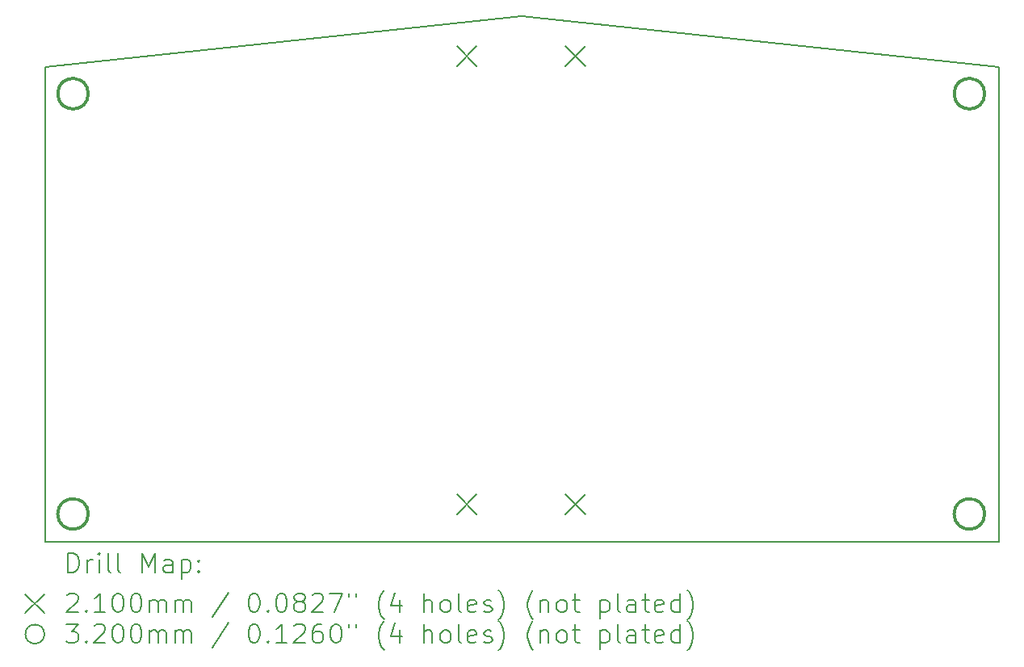
<source format=gbr>
%TF.GenerationSoftware,KiCad,Pcbnew,7.0.1*%
%TF.CreationDate,2024-03-21T11:39:16+08:00*%
%TF.ProjectId,chupico_openithm,63687570-6963-46f5-9f6f-70656e697468,rev?*%
%TF.SameCoordinates,Original*%
%TF.FileFunction,Drillmap*%
%TF.FilePolarity,Positive*%
%FSLAX45Y45*%
G04 Gerber Fmt 4.5, Leading zero omitted, Abs format (unit mm)*
G04 Created by KiCad (PCBNEW 7.0.1) date 2024-03-21 11:39:16*
%MOMM*%
%LPD*%
G01*
G04 APERTURE LIST*
%ADD10C,0.150000*%
%ADD11C,0.200000*%
%ADD12C,0.210000*%
%ADD13C,0.320000*%
G04 APERTURE END LIST*
D10*
X9020000Y-6070000D02*
X9022000Y-11049000D01*
X19022000Y-11049000D02*
X19020000Y-6070000D01*
X14017000Y-5540600D02*
X9020000Y-6070000D01*
X9022000Y-11049000D02*
X19022000Y-11049000D01*
X14017000Y-5540600D02*
X19020000Y-6070000D01*
D11*
D12*
X13336000Y-5853850D02*
X13546000Y-6063850D01*
X13546000Y-5853850D02*
X13336000Y-6063850D01*
X13336000Y-10553850D02*
X13546000Y-10763850D01*
X13546000Y-10553850D02*
X13336000Y-10763850D01*
X14476000Y-5853850D02*
X14686000Y-6063850D01*
X14686000Y-5853850D02*
X14476000Y-6063850D01*
X14476000Y-10553850D02*
X14686000Y-10763850D01*
X14686000Y-10553850D02*
X14476000Y-10763850D01*
D13*
X9472000Y-6350600D02*
G75*
G03*
X9472000Y-6350600I-160000J0D01*
G01*
X9472000Y-10756900D02*
G75*
G03*
X9472000Y-10756900I-160000J0D01*
G01*
X18870000Y-6350600D02*
G75*
G03*
X18870000Y-6350600I-160000J0D01*
G01*
X18870000Y-10756900D02*
G75*
G03*
X18870000Y-10756900I-160000J0D01*
G01*
D11*
X9260119Y-11369024D02*
X9260119Y-11169024D01*
X9260119Y-11169024D02*
X9307738Y-11169024D01*
X9307738Y-11169024D02*
X9336310Y-11178548D01*
X9336310Y-11178548D02*
X9355357Y-11197595D01*
X9355357Y-11197595D02*
X9364881Y-11216643D01*
X9364881Y-11216643D02*
X9374405Y-11254738D01*
X9374405Y-11254738D02*
X9374405Y-11283309D01*
X9374405Y-11283309D02*
X9364881Y-11321405D01*
X9364881Y-11321405D02*
X9355357Y-11340452D01*
X9355357Y-11340452D02*
X9336310Y-11359500D01*
X9336310Y-11359500D02*
X9307738Y-11369024D01*
X9307738Y-11369024D02*
X9260119Y-11369024D01*
X9460119Y-11369024D02*
X9460119Y-11235690D01*
X9460119Y-11273786D02*
X9469643Y-11254738D01*
X9469643Y-11254738D02*
X9479167Y-11245214D01*
X9479167Y-11245214D02*
X9498214Y-11235690D01*
X9498214Y-11235690D02*
X9517262Y-11235690D01*
X9583929Y-11369024D02*
X9583929Y-11235690D01*
X9583929Y-11169024D02*
X9574405Y-11178548D01*
X9574405Y-11178548D02*
X9583929Y-11188071D01*
X9583929Y-11188071D02*
X9593452Y-11178548D01*
X9593452Y-11178548D02*
X9583929Y-11169024D01*
X9583929Y-11169024D02*
X9583929Y-11188071D01*
X9707738Y-11369024D02*
X9688690Y-11359500D01*
X9688690Y-11359500D02*
X9679167Y-11340452D01*
X9679167Y-11340452D02*
X9679167Y-11169024D01*
X9812500Y-11369024D02*
X9793452Y-11359500D01*
X9793452Y-11359500D02*
X9783929Y-11340452D01*
X9783929Y-11340452D02*
X9783929Y-11169024D01*
X10041071Y-11369024D02*
X10041071Y-11169024D01*
X10041071Y-11169024D02*
X10107738Y-11311881D01*
X10107738Y-11311881D02*
X10174405Y-11169024D01*
X10174405Y-11169024D02*
X10174405Y-11369024D01*
X10355357Y-11369024D02*
X10355357Y-11264262D01*
X10355357Y-11264262D02*
X10345833Y-11245214D01*
X10345833Y-11245214D02*
X10326786Y-11235690D01*
X10326786Y-11235690D02*
X10288690Y-11235690D01*
X10288690Y-11235690D02*
X10269643Y-11245214D01*
X10355357Y-11359500D02*
X10336310Y-11369024D01*
X10336310Y-11369024D02*
X10288690Y-11369024D01*
X10288690Y-11369024D02*
X10269643Y-11359500D01*
X10269643Y-11359500D02*
X10260119Y-11340452D01*
X10260119Y-11340452D02*
X10260119Y-11321405D01*
X10260119Y-11321405D02*
X10269643Y-11302357D01*
X10269643Y-11302357D02*
X10288690Y-11292833D01*
X10288690Y-11292833D02*
X10336310Y-11292833D01*
X10336310Y-11292833D02*
X10355357Y-11283309D01*
X10450595Y-11235690D02*
X10450595Y-11435690D01*
X10450595Y-11245214D02*
X10469643Y-11235690D01*
X10469643Y-11235690D02*
X10507738Y-11235690D01*
X10507738Y-11235690D02*
X10526786Y-11245214D01*
X10526786Y-11245214D02*
X10536310Y-11254738D01*
X10536310Y-11254738D02*
X10545833Y-11273786D01*
X10545833Y-11273786D02*
X10545833Y-11330928D01*
X10545833Y-11330928D02*
X10536310Y-11349976D01*
X10536310Y-11349976D02*
X10526786Y-11359500D01*
X10526786Y-11359500D02*
X10507738Y-11369024D01*
X10507738Y-11369024D02*
X10469643Y-11369024D01*
X10469643Y-11369024D02*
X10450595Y-11359500D01*
X10631548Y-11349976D02*
X10641071Y-11359500D01*
X10641071Y-11359500D02*
X10631548Y-11369024D01*
X10631548Y-11369024D02*
X10622024Y-11359500D01*
X10622024Y-11359500D02*
X10631548Y-11349976D01*
X10631548Y-11349976D02*
X10631548Y-11369024D01*
X10631548Y-11245214D02*
X10641071Y-11254738D01*
X10641071Y-11254738D02*
X10631548Y-11264262D01*
X10631548Y-11264262D02*
X10622024Y-11254738D01*
X10622024Y-11254738D02*
X10631548Y-11245214D01*
X10631548Y-11245214D02*
X10631548Y-11264262D01*
X8812500Y-11596500D02*
X9012500Y-11796500D01*
X9012500Y-11596500D02*
X8812500Y-11796500D01*
X9250595Y-11608071D02*
X9260119Y-11598548D01*
X9260119Y-11598548D02*
X9279167Y-11589024D01*
X9279167Y-11589024D02*
X9326786Y-11589024D01*
X9326786Y-11589024D02*
X9345833Y-11598548D01*
X9345833Y-11598548D02*
X9355357Y-11608071D01*
X9355357Y-11608071D02*
X9364881Y-11627119D01*
X9364881Y-11627119D02*
X9364881Y-11646167D01*
X9364881Y-11646167D02*
X9355357Y-11674738D01*
X9355357Y-11674738D02*
X9241071Y-11789024D01*
X9241071Y-11789024D02*
X9364881Y-11789024D01*
X9450595Y-11769976D02*
X9460119Y-11779500D01*
X9460119Y-11779500D02*
X9450595Y-11789024D01*
X9450595Y-11789024D02*
X9441071Y-11779500D01*
X9441071Y-11779500D02*
X9450595Y-11769976D01*
X9450595Y-11769976D02*
X9450595Y-11789024D01*
X9650595Y-11789024D02*
X9536310Y-11789024D01*
X9593452Y-11789024D02*
X9593452Y-11589024D01*
X9593452Y-11589024D02*
X9574405Y-11617595D01*
X9574405Y-11617595D02*
X9555357Y-11636643D01*
X9555357Y-11636643D02*
X9536310Y-11646167D01*
X9774405Y-11589024D02*
X9793452Y-11589024D01*
X9793452Y-11589024D02*
X9812500Y-11598548D01*
X9812500Y-11598548D02*
X9822024Y-11608071D01*
X9822024Y-11608071D02*
X9831548Y-11627119D01*
X9831548Y-11627119D02*
X9841071Y-11665214D01*
X9841071Y-11665214D02*
X9841071Y-11712833D01*
X9841071Y-11712833D02*
X9831548Y-11750928D01*
X9831548Y-11750928D02*
X9822024Y-11769976D01*
X9822024Y-11769976D02*
X9812500Y-11779500D01*
X9812500Y-11779500D02*
X9793452Y-11789024D01*
X9793452Y-11789024D02*
X9774405Y-11789024D01*
X9774405Y-11789024D02*
X9755357Y-11779500D01*
X9755357Y-11779500D02*
X9745833Y-11769976D01*
X9745833Y-11769976D02*
X9736310Y-11750928D01*
X9736310Y-11750928D02*
X9726786Y-11712833D01*
X9726786Y-11712833D02*
X9726786Y-11665214D01*
X9726786Y-11665214D02*
X9736310Y-11627119D01*
X9736310Y-11627119D02*
X9745833Y-11608071D01*
X9745833Y-11608071D02*
X9755357Y-11598548D01*
X9755357Y-11598548D02*
X9774405Y-11589024D01*
X9964881Y-11589024D02*
X9983929Y-11589024D01*
X9983929Y-11589024D02*
X10002976Y-11598548D01*
X10002976Y-11598548D02*
X10012500Y-11608071D01*
X10012500Y-11608071D02*
X10022024Y-11627119D01*
X10022024Y-11627119D02*
X10031548Y-11665214D01*
X10031548Y-11665214D02*
X10031548Y-11712833D01*
X10031548Y-11712833D02*
X10022024Y-11750928D01*
X10022024Y-11750928D02*
X10012500Y-11769976D01*
X10012500Y-11769976D02*
X10002976Y-11779500D01*
X10002976Y-11779500D02*
X9983929Y-11789024D01*
X9983929Y-11789024D02*
X9964881Y-11789024D01*
X9964881Y-11789024D02*
X9945833Y-11779500D01*
X9945833Y-11779500D02*
X9936310Y-11769976D01*
X9936310Y-11769976D02*
X9926786Y-11750928D01*
X9926786Y-11750928D02*
X9917262Y-11712833D01*
X9917262Y-11712833D02*
X9917262Y-11665214D01*
X9917262Y-11665214D02*
X9926786Y-11627119D01*
X9926786Y-11627119D02*
X9936310Y-11608071D01*
X9936310Y-11608071D02*
X9945833Y-11598548D01*
X9945833Y-11598548D02*
X9964881Y-11589024D01*
X10117262Y-11789024D02*
X10117262Y-11655690D01*
X10117262Y-11674738D02*
X10126786Y-11665214D01*
X10126786Y-11665214D02*
X10145833Y-11655690D01*
X10145833Y-11655690D02*
X10174405Y-11655690D01*
X10174405Y-11655690D02*
X10193452Y-11665214D01*
X10193452Y-11665214D02*
X10202976Y-11684262D01*
X10202976Y-11684262D02*
X10202976Y-11789024D01*
X10202976Y-11684262D02*
X10212500Y-11665214D01*
X10212500Y-11665214D02*
X10231548Y-11655690D01*
X10231548Y-11655690D02*
X10260119Y-11655690D01*
X10260119Y-11655690D02*
X10279167Y-11665214D01*
X10279167Y-11665214D02*
X10288691Y-11684262D01*
X10288691Y-11684262D02*
X10288691Y-11789024D01*
X10383929Y-11789024D02*
X10383929Y-11655690D01*
X10383929Y-11674738D02*
X10393452Y-11665214D01*
X10393452Y-11665214D02*
X10412500Y-11655690D01*
X10412500Y-11655690D02*
X10441072Y-11655690D01*
X10441072Y-11655690D02*
X10460119Y-11665214D01*
X10460119Y-11665214D02*
X10469643Y-11684262D01*
X10469643Y-11684262D02*
X10469643Y-11789024D01*
X10469643Y-11684262D02*
X10479167Y-11665214D01*
X10479167Y-11665214D02*
X10498214Y-11655690D01*
X10498214Y-11655690D02*
X10526786Y-11655690D01*
X10526786Y-11655690D02*
X10545833Y-11665214D01*
X10545833Y-11665214D02*
X10555357Y-11684262D01*
X10555357Y-11684262D02*
X10555357Y-11789024D01*
X10945833Y-11579500D02*
X10774405Y-11836643D01*
X11202976Y-11589024D02*
X11222024Y-11589024D01*
X11222024Y-11589024D02*
X11241072Y-11598548D01*
X11241072Y-11598548D02*
X11250595Y-11608071D01*
X11250595Y-11608071D02*
X11260119Y-11627119D01*
X11260119Y-11627119D02*
X11269643Y-11665214D01*
X11269643Y-11665214D02*
X11269643Y-11712833D01*
X11269643Y-11712833D02*
X11260119Y-11750928D01*
X11260119Y-11750928D02*
X11250595Y-11769976D01*
X11250595Y-11769976D02*
X11241072Y-11779500D01*
X11241072Y-11779500D02*
X11222024Y-11789024D01*
X11222024Y-11789024D02*
X11202976Y-11789024D01*
X11202976Y-11789024D02*
X11183929Y-11779500D01*
X11183929Y-11779500D02*
X11174405Y-11769976D01*
X11174405Y-11769976D02*
X11164881Y-11750928D01*
X11164881Y-11750928D02*
X11155357Y-11712833D01*
X11155357Y-11712833D02*
X11155357Y-11665214D01*
X11155357Y-11665214D02*
X11164881Y-11627119D01*
X11164881Y-11627119D02*
X11174405Y-11608071D01*
X11174405Y-11608071D02*
X11183929Y-11598548D01*
X11183929Y-11598548D02*
X11202976Y-11589024D01*
X11355357Y-11769976D02*
X11364881Y-11779500D01*
X11364881Y-11779500D02*
X11355357Y-11789024D01*
X11355357Y-11789024D02*
X11345833Y-11779500D01*
X11345833Y-11779500D02*
X11355357Y-11769976D01*
X11355357Y-11769976D02*
X11355357Y-11789024D01*
X11488691Y-11589024D02*
X11507738Y-11589024D01*
X11507738Y-11589024D02*
X11526786Y-11598548D01*
X11526786Y-11598548D02*
X11536310Y-11608071D01*
X11536310Y-11608071D02*
X11545833Y-11627119D01*
X11545833Y-11627119D02*
X11555357Y-11665214D01*
X11555357Y-11665214D02*
X11555357Y-11712833D01*
X11555357Y-11712833D02*
X11545833Y-11750928D01*
X11545833Y-11750928D02*
X11536310Y-11769976D01*
X11536310Y-11769976D02*
X11526786Y-11779500D01*
X11526786Y-11779500D02*
X11507738Y-11789024D01*
X11507738Y-11789024D02*
X11488691Y-11789024D01*
X11488691Y-11789024D02*
X11469643Y-11779500D01*
X11469643Y-11779500D02*
X11460119Y-11769976D01*
X11460119Y-11769976D02*
X11450595Y-11750928D01*
X11450595Y-11750928D02*
X11441072Y-11712833D01*
X11441072Y-11712833D02*
X11441072Y-11665214D01*
X11441072Y-11665214D02*
X11450595Y-11627119D01*
X11450595Y-11627119D02*
X11460119Y-11608071D01*
X11460119Y-11608071D02*
X11469643Y-11598548D01*
X11469643Y-11598548D02*
X11488691Y-11589024D01*
X11669643Y-11674738D02*
X11650595Y-11665214D01*
X11650595Y-11665214D02*
X11641072Y-11655690D01*
X11641072Y-11655690D02*
X11631548Y-11636643D01*
X11631548Y-11636643D02*
X11631548Y-11627119D01*
X11631548Y-11627119D02*
X11641072Y-11608071D01*
X11641072Y-11608071D02*
X11650595Y-11598548D01*
X11650595Y-11598548D02*
X11669643Y-11589024D01*
X11669643Y-11589024D02*
X11707738Y-11589024D01*
X11707738Y-11589024D02*
X11726786Y-11598548D01*
X11726786Y-11598548D02*
X11736310Y-11608071D01*
X11736310Y-11608071D02*
X11745833Y-11627119D01*
X11745833Y-11627119D02*
X11745833Y-11636643D01*
X11745833Y-11636643D02*
X11736310Y-11655690D01*
X11736310Y-11655690D02*
X11726786Y-11665214D01*
X11726786Y-11665214D02*
X11707738Y-11674738D01*
X11707738Y-11674738D02*
X11669643Y-11674738D01*
X11669643Y-11674738D02*
X11650595Y-11684262D01*
X11650595Y-11684262D02*
X11641072Y-11693786D01*
X11641072Y-11693786D02*
X11631548Y-11712833D01*
X11631548Y-11712833D02*
X11631548Y-11750928D01*
X11631548Y-11750928D02*
X11641072Y-11769976D01*
X11641072Y-11769976D02*
X11650595Y-11779500D01*
X11650595Y-11779500D02*
X11669643Y-11789024D01*
X11669643Y-11789024D02*
X11707738Y-11789024D01*
X11707738Y-11789024D02*
X11726786Y-11779500D01*
X11726786Y-11779500D02*
X11736310Y-11769976D01*
X11736310Y-11769976D02*
X11745833Y-11750928D01*
X11745833Y-11750928D02*
X11745833Y-11712833D01*
X11745833Y-11712833D02*
X11736310Y-11693786D01*
X11736310Y-11693786D02*
X11726786Y-11684262D01*
X11726786Y-11684262D02*
X11707738Y-11674738D01*
X11822024Y-11608071D02*
X11831548Y-11598548D01*
X11831548Y-11598548D02*
X11850595Y-11589024D01*
X11850595Y-11589024D02*
X11898214Y-11589024D01*
X11898214Y-11589024D02*
X11917262Y-11598548D01*
X11917262Y-11598548D02*
X11926786Y-11608071D01*
X11926786Y-11608071D02*
X11936310Y-11627119D01*
X11936310Y-11627119D02*
X11936310Y-11646167D01*
X11936310Y-11646167D02*
X11926786Y-11674738D01*
X11926786Y-11674738D02*
X11812500Y-11789024D01*
X11812500Y-11789024D02*
X11936310Y-11789024D01*
X12002976Y-11589024D02*
X12136310Y-11589024D01*
X12136310Y-11589024D02*
X12050595Y-11789024D01*
X12202976Y-11589024D02*
X12202976Y-11627119D01*
X12279167Y-11589024D02*
X12279167Y-11627119D01*
X12574405Y-11865214D02*
X12564881Y-11855690D01*
X12564881Y-11855690D02*
X12545834Y-11827119D01*
X12545834Y-11827119D02*
X12536310Y-11808071D01*
X12536310Y-11808071D02*
X12526786Y-11779500D01*
X12526786Y-11779500D02*
X12517262Y-11731881D01*
X12517262Y-11731881D02*
X12517262Y-11693786D01*
X12517262Y-11693786D02*
X12526786Y-11646167D01*
X12526786Y-11646167D02*
X12536310Y-11617595D01*
X12536310Y-11617595D02*
X12545834Y-11598548D01*
X12545834Y-11598548D02*
X12564881Y-11569976D01*
X12564881Y-11569976D02*
X12574405Y-11560452D01*
X12736310Y-11655690D02*
X12736310Y-11789024D01*
X12688691Y-11579500D02*
X12641072Y-11722357D01*
X12641072Y-11722357D02*
X12764881Y-11722357D01*
X12993453Y-11789024D02*
X12993453Y-11589024D01*
X13079167Y-11789024D02*
X13079167Y-11684262D01*
X13079167Y-11684262D02*
X13069643Y-11665214D01*
X13069643Y-11665214D02*
X13050596Y-11655690D01*
X13050596Y-11655690D02*
X13022024Y-11655690D01*
X13022024Y-11655690D02*
X13002976Y-11665214D01*
X13002976Y-11665214D02*
X12993453Y-11674738D01*
X13202976Y-11789024D02*
X13183929Y-11779500D01*
X13183929Y-11779500D02*
X13174405Y-11769976D01*
X13174405Y-11769976D02*
X13164881Y-11750928D01*
X13164881Y-11750928D02*
X13164881Y-11693786D01*
X13164881Y-11693786D02*
X13174405Y-11674738D01*
X13174405Y-11674738D02*
X13183929Y-11665214D01*
X13183929Y-11665214D02*
X13202976Y-11655690D01*
X13202976Y-11655690D02*
X13231548Y-11655690D01*
X13231548Y-11655690D02*
X13250596Y-11665214D01*
X13250596Y-11665214D02*
X13260119Y-11674738D01*
X13260119Y-11674738D02*
X13269643Y-11693786D01*
X13269643Y-11693786D02*
X13269643Y-11750928D01*
X13269643Y-11750928D02*
X13260119Y-11769976D01*
X13260119Y-11769976D02*
X13250596Y-11779500D01*
X13250596Y-11779500D02*
X13231548Y-11789024D01*
X13231548Y-11789024D02*
X13202976Y-11789024D01*
X13383929Y-11789024D02*
X13364881Y-11779500D01*
X13364881Y-11779500D02*
X13355357Y-11760452D01*
X13355357Y-11760452D02*
X13355357Y-11589024D01*
X13536310Y-11779500D02*
X13517262Y-11789024D01*
X13517262Y-11789024D02*
X13479167Y-11789024D01*
X13479167Y-11789024D02*
X13460119Y-11779500D01*
X13460119Y-11779500D02*
X13450596Y-11760452D01*
X13450596Y-11760452D02*
X13450596Y-11684262D01*
X13450596Y-11684262D02*
X13460119Y-11665214D01*
X13460119Y-11665214D02*
X13479167Y-11655690D01*
X13479167Y-11655690D02*
X13517262Y-11655690D01*
X13517262Y-11655690D02*
X13536310Y-11665214D01*
X13536310Y-11665214D02*
X13545834Y-11684262D01*
X13545834Y-11684262D02*
X13545834Y-11703309D01*
X13545834Y-11703309D02*
X13450596Y-11722357D01*
X13622024Y-11779500D02*
X13641072Y-11789024D01*
X13641072Y-11789024D02*
X13679167Y-11789024D01*
X13679167Y-11789024D02*
X13698215Y-11779500D01*
X13698215Y-11779500D02*
X13707738Y-11760452D01*
X13707738Y-11760452D02*
X13707738Y-11750928D01*
X13707738Y-11750928D02*
X13698215Y-11731881D01*
X13698215Y-11731881D02*
X13679167Y-11722357D01*
X13679167Y-11722357D02*
X13650596Y-11722357D01*
X13650596Y-11722357D02*
X13631548Y-11712833D01*
X13631548Y-11712833D02*
X13622024Y-11693786D01*
X13622024Y-11693786D02*
X13622024Y-11684262D01*
X13622024Y-11684262D02*
X13631548Y-11665214D01*
X13631548Y-11665214D02*
X13650596Y-11655690D01*
X13650596Y-11655690D02*
X13679167Y-11655690D01*
X13679167Y-11655690D02*
X13698215Y-11665214D01*
X13774405Y-11865214D02*
X13783929Y-11855690D01*
X13783929Y-11855690D02*
X13802977Y-11827119D01*
X13802977Y-11827119D02*
X13812500Y-11808071D01*
X13812500Y-11808071D02*
X13822024Y-11779500D01*
X13822024Y-11779500D02*
X13831548Y-11731881D01*
X13831548Y-11731881D02*
X13831548Y-11693786D01*
X13831548Y-11693786D02*
X13822024Y-11646167D01*
X13822024Y-11646167D02*
X13812500Y-11617595D01*
X13812500Y-11617595D02*
X13802977Y-11598548D01*
X13802977Y-11598548D02*
X13783929Y-11569976D01*
X13783929Y-11569976D02*
X13774405Y-11560452D01*
X14136310Y-11865214D02*
X14126786Y-11855690D01*
X14126786Y-11855690D02*
X14107738Y-11827119D01*
X14107738Y-11827119D02*
X14098215Y-11808071D01*
X14098215Y-11808071D02*
X14088691Y-11779500D01*
X14088691Y-11779500D02*
X14079167Y-11731881D01*
X14079167Y-11731881D02*
X14079167Y-11693786D01*
X14079167Y-11693786D02*
X14088691Y-11646167D01*
X14088691Y-11646167D02*
X14098215Y-11617595D01*
X14098215Y-11617595D02*
X14107738Y-11598548D01*
X14107738Y-11598548D02*
X14126786Y-11569976D01*
X14126786Y-11569976D02*
X14136310Y-11560452D01*
X14212500Y-11655690D02*
X14212500Y-11789024D01*
X14212500Y-11674738D02*
X14222024Y-11665214D01*
X14222024Y-11665214D02*
X14241072Y-11655690D01*
X14241072Y-11655690D02*
X14269643Y-11655690D01*
X14269643Y-11655690D02*
X14288691Y-11665214D01*
X14288691Y-11665214D02*
X14298215Y-11684262D01*
X14298215Y-11684262D02*
X14298215Y-11789024D01*
X14422024Y-11789024D02*
X14402977Y-11779500D01*
X14402977Y-11779500D02*
X14393453Y-11769976D01*
X14393453Y-11769976D02*
X14383929Y-11750928D01*
X14383929Y-11750928D02*
X14383929Y-11693786D01*
X14383929Y-11693786D02*
X14393453Y-11674738D01*
X14393453Y-11674738D02*
X14402977Y-11665214D01*
X14402977Y-11665214D02*
X14422024Y-11655690D01*
X14422024Y-11655690D02*
X14450596Y-11655690D01*
X14450596Y-11655690D02*
X14469643Y-11665214D01*
X14469643Y-11665214D02*
X14479167Y-11674738D01*
X14479167Y-11674738D02*
X14488691Y-11693786D01*
X14488691Y-11693786D02*
X14488691Y-11750928D01*
X14488691Y-11750928D02*
X14479167Y-11769976D01*
X14479167Y-11769976D02*
X14469643Y-11779500D01*
X14469643Y-11779500D02*
X14450596Y-11789024D01*
X14450596Y-11789024D02*
X14422024Y-11789024D01*
X14545834Y-11655690D02*
X14622024Y-11655690D01*
X14574405Y-11589024D02*
X14574405Y-11760452D01*
X14574405Y-11760452D02*
X14583929Y-11779500D01*
X14583929Y-11779500D02*
X14602977Y-11789024D01*
X14602977Y-11789024D02*
X14622024Y-11789024D01*
X14841072Y-11655690D02*
X14841072Y-11855690D01*
X14841072Y-11665214D02*
X14860119Y-11655690D01*
X14860119Y-11655690D02*
X14898215Y-11655690D01*
X14898215Y-11655690D02*
X14917262Y-11665214D01*
X14917262Y-11665214D02*
X14926786Y-11674738D01*
X14926786Y-11674738D02*
X14936310Y-11693786D01*
X14936310Y-11693786D02*
X14936310Y-11750928D01*
X14936310Y-11750928D02*
X14926786Y-11769976D01*
X14926786Y-11769976D02*
X14917262Y-11779500D01*
X14917262Y-11779500D02*
X14898215Y-11789024D01*
X14898215Y-11789024D02*
X14860119Y-11789024D01*
X14860119Y-11789024D02*
X14841072Y-11779500D01*
X15050596Y-11789024D02*
X15031548Y-11779500D01*
X15031548Y-11779500D02*
X15022024Y-11760452D01*
X15022024Y-11760452D02*
X15022024Y-11589024D01*
X15212500Y-11789024D02*
X15212500Y-11684262D01*
X15212500Y-11684262D02*
X15202977Y-11665214D01*
X15202977Y-11665214D02*
X15183929Y-11655690D01*
X15183929Y-11655690D02*
X15145834Y-11655690D01*
X15145834Y-11655690D02*
X15126786Y-11665214D01*
X15212500Y-11779500D02*
X15193453Y-11789024D01*
X15193453Y-11789024D02*
X15145834Y-11789024D01*
X15145834Y-11789024D02*
X15126786Y-11779500D01*
X15126786Y-11779500D02*
X15117262Y-11760452D01*
X15117262Y-11760452D02*
X15117262Y-11741405D01*
X15117262Y-11741405D02*
X15126786Y-11722357D01*
X15126786Y-11722357D02*
X15145834Y-11712833D01*
X15145834Y-11712833D02*
X15193453Y-11712833D01*
X15193453Y-11712833D02*
X15212500Y-11703309D01*
X15279167Y-11655690D02*
X15355358Y-11655690D01*
X15307739Y-11589024D02*
X15307739Y-11760452D01*
X15307739Y-11760452D02*
X15317262Y-11779500D01*
X15317262Y-11779500D02*
X15336310Y-11789024D01*
X15336310Y-11789024D02*
X15355358Y-11789024D01*
X15498215Y-11779500D02*
X15479167Y-11789024D01*
X15479167Y-11789024D02*
X15441072Y-11789024D01*
X15441072Y-11789024D02*
X15422024Y-11779500D01*
X15422024Y-11779500D02*
X15412500Y-11760452D01*
X15412500Y-11760452D02*
X15412500Y-11684262D01*
X15412500Y-11684262D02*
X15422024Y-11665214D01*
X15422024Y-11665214D02*
X15441072Y-11655690D01*
X15441072Y-11655690D02*
X15479167Y-11655690D01*
X15479167Y-11655690D02*
X15498215Y-11665214D01*
X15498215Y-11665214D02*
X15507739Y-11684262D01*
X15507739Y-11684262D02*
X15507739Y-11703309D01*
X15507739Y-11703309D02*
X15412500Y-11722357D01*
X15679167Y-11789024D02*
X15679167Y-11589024D01*
X15679167Y-11779500D02*
X15660120Y-11789024D01*
X15660120Y-11789024D02*
X15622024Y-11789024D01*
X15622024Y-11789024D02*
X15602977Y-11779500D01*
X15602977Y-11779500D02*
X15593453Y-11769976D01*
X15593453Y-11769976D02*
X15583929Y-11750928D01*
X15583929Y-11750928D02*
X15583929Y-11693786D01*
X15583929Y-11693786D02*
X15593453Y-11674738D01*
X15593453Y-11674738D02*
X15602977Y-11665214D01*
X15602977Y-11665214D02*
X15622024Y-11655690D01*
X15622024Y-11655690D02*
X15660120Y-11655690D01*
X15660120Y-11655690D02*
X15679167Y-11665214D01*
X15755358Y-11865214D02*
X15764881Y-11855690D01*
X15764881Y-11855690D02*
X15783929Y-11827119D01*
X15783929Y-11827119D02*
X15793453Y-11808071D01*
X15793453Y-11808071D02*
X15802977Y-11779500D01*
X15802977Y-11779500D02*
X15812500Y-11731881D01*
X15812500Y-11731881D02*
X15812500Y-11693786D01*
X15812500Y-11693786D02*
X15802977Y-11646167D01*
X15802977Y-11646167D02*
X15793453Y-11617595D01*
X15793453Y-11617595D02*
X15783929Y-11598548D01*
X15783929Y-11598548D02*
X15764881Y-11569976D01*
X15764881Y-11569976D02*
X15755358Y-11560452D01*
X9012500Y-12016500D02*
G75*
G03*
X9012500Y-12016500I-100000J0D01*
G01*
X9241071Y-11909024D02*
X9364881Y-11909024D01*
X9364881Y-11909024D02*
X9298214Y-11985214D01*
X9298214Y-11985214D02*
X9326786Y-11985214D01*
X9326786Y-11985214D02*
X9345833Y-11994738D01*
X9345833Y-11994738D02*
X9355357Y-12004262D01*
X9355357Y-12004262D02*
X9364881Y-12023309D01*
X9364881Y-12023309D02*
X9364881Y-12070928D01*
X9364881Y-12070928D02*
X9355357Y-12089976D01*
X9355357Y-12089976D02*
X9345833Y-12099500D01*
X9345833Y-12099500D02*
X9326786Y-12109024D01*
X9326786Y-12109024D02*
X9269643Y-12109024D01*
X9269643Y-12109024D02*
X9250595Y-12099500D01*
X9250595Y-12099500D02*
X9241071Y-12089976D01*
X9450595Y-12089976D02*
X9460119Y-12099500D01*
X9460119Y-12099500D02*
X9450595Y-12109024D01*
X9450595Y-12109024D02*
X9441071Y-12099500D01*
X9441071Y-12099500D02*
X9450595Y-12089976D01*
X9450595Y-12089976D02*
X9450595Y-12109024D01*
X9536310Y-11928071D02*
X9545833Y-11918548D01*
X9545833Y-11918548D02*
X9564881Y-11909024D01*
X9564881Y-11909024D02*
X9612500Y-11909024D01*
X9612500Y-11909024D02*
X9631548Y-11918548D01*
X9631548Y-11918548D02*
X9641071Y-11928071D01*
X9641071Y-11928071D02*
X9650595Y-11947119D01*
X9650595Y-11947119D02*
X9650595Y-11966167D01*
X9650595Y-11966167D02*
X9641071Y-11994738D01*
X9641071Y-11994738D02*
X9526786Y-12109024D01*
X9526786Y-12109024D02*
X9650595Y-12109024D01*
X9774405Y-11909024D02*
X9793452Y-11909024D01*
X9793452Y-11909024D02*
X9812500Y-11918548D01*
X9812500Y-11918548D02*
X9822024Y-11928071D01*
X9822024Y-11928071D02*
X9831548Y-11947119D01*
X9831548Y-11947119D02*
X9841071Y-11985214D01*
X9841071Y-11985214D02*
X9841071Y-12032833D01*
X9841071Y-12032833D02*
X9831548Y-12070928D01*
X9831548Y-12070928D02*
X9822024Y-12089976D01*
X9822024Y-12089976D02*
X9812500Y-12099500D01*
X9812500Y-12099500D02*
X9793452Y-12109024D01*
X9793452Y-12109024D02*
X9774405Y-12109024D01*
X9774405Y-12109024D02*
X9755357Y-12099500D01*
X9755357Y-12099500D02*
X9745833Y-12089976D01*
X9745833Y-12089976D02*
X9736310Y-12070928D01*
X9736310Y-12070928D02*
X9726786Y-12032833D01*
X9726786Y-12032833D02*
X9726786Y-11985214D01*
X9726786Y-11985214D02*
X9736310Y-11947119D01*
X9736310Y-11947119D02*
X9745833Y-11928071D01*
X9745833Y-11928071D02*
X9755357Y-11918548D01*
X9755357Y-11918548D02*
X9774405Y-11909024D01*
X9964881Y-11909024D02*
X9983929Y-11909024D01*
X9983929Y-11909024D02*
X10002976Y-11918548D01*
X10002976Y-11918548D02*
X10012500Y-11928071D01*
X10012500Y-11928071D02*
X10022024Y-11947119D01*
X10022024Y-11947119D02*
X10031548Y-11985214D01*
X10031548Y-11985214D02*
X10031548Y-12032833D01*
X10031548Y-12032833D02*
X10022024Y-12070928D01*
X10022024Y-12070928D02*
X10012500Y-12089976D01*
X10012500Y-12089976D02*
X10002976Y-12099500D01*
X10002976Y-12099500D02*
X9983929Y-12109024D01*
X9983929Y-12109024D02*
X9964881Y-12109024D01*
X9964881Y-12109024D02*
X9945833Y-12099500D01*
X9945833Y-12099500D02*
X9936310Y-12089976D01*
X9936310Y-12089976D02*
X9926786Y-12070928D01*
X9926786Y-12070928D02*
X9917262Y-12032833D01*
X9917262Y-12032833D02*
X9917262Y-11985214D01*
X9917262Y-11985214D02*
X9926786Y-11947119D01*
X9926786Y-11947119D02*
X9936310Y-11928071D01*
X9936310Y-11928071D02*
X9945833Y-11918548D01*
X9945833Y-11918548D02*
X9964881Y-11909024D01*
X10117262Y-12109024D02*
X10117262Y-11975690D01*
X10117262Y-11994738D02*
X10126786Y-11985214D01*
X10126786Y-11985214D02*
X10145833Y-11975690D01*
X10145833Y-11975690D02*
X10174405Y-11975690D01*
X10174405Y-11975690D02*
X10193452Y-11985214D01*
X10193452Y-11985214D02*
X10202976Y-12004262D01*
X10202976Y-12004262D02*
X10202976Y-12109024D01*
X10202976Y-12004262D02*
X10212500Y-11985214D01*
X10212500Y-11985214D02*
X10231548Y-11975690D01*
X10231548Y-11975690D02*
X10260119Y-11975690D01*
X10260119Y-11975690D02*
X10279167Y-11985214D01*
X10279167Y-11985214D02*
X10288691Y-12004262D01*
X10288691Y-12004262D02*
X10288691Y-12109024D01*
X10383929Y-12109024D02*
X10383929Y-11975690D01*
X10383929Y-11994738D02*
X10393452Y-11985214D01*
X10393452Y-11985214D02*
X10412500Y-11975690D01*
X10412500Y-11975690D02*
X10441072Y-11975690D01*
X10441072Y-11975690D02*
X10460119Y-11985214D01*
X10460119Y-11985214D02*
X10469643Y-12004262D01*
X10469643Y-12004262D02*
X10469643Y-12109024D01*
X10469643Y-12004262D02*
X10479167Y-11985214D01*
X10479167Y-11985214D02*
X10498214Y-11975690D01*
X10498214Y-11975690D02*
X10526786Y-11975690D01*
X10526786Y-11975690D02*
X10545833Y-11985214D01*
X10545833Y-11985214D02*
X10555357Y-12004262D01*
X10555357Y-12004262D02*
X10555357Y-12109024D01*
X10945833Y-11899500D02*
X10774405Y-12156643D01*
X11202976Y-11909024D02*
X11222024Y-11909024D01*
X11222024Y-11909024D02*
X11241072Y-11918548D01*
X11241072Y-11918548D02*
X11250595Y-11928071D01*
X11250595Y-11928071D02*
X11260119Y-11947119D01*
X11260119Y-11947119D02*
X11269643Y-11985214D01*
X11269643Y-11985214D02*
X11269643Y-12032833D01*
X11269643Y-12032833D02*
X11260119Y-12070928D01*
X11260119Y-12070928D02*
X11250595Y-12089976D01*
X11250595Y-12089976D02*
X11241072Y-12099500D01*
X11241072Y-12099500D02*
X11222024Y-12109024D01*
X11222024Y-12109024D02*
X11202976Y-12109024D01*
X11202976Y-12109024D02*
X11183929Y-12099500D01*
X11183929Y-12099500D02*
X11174405Y-12089976D01*
X11174405Y-12089976D02*
X11164881Y-12070928D01*
X11164881Y-12070928D02*
X11155357Y-12032833D01*
X11155357Y-12032833D02*
X11155357Y-11985214D01*
X11155357Y-11985214D02*
X11164881Y-11947119D01*
X11164881Y-11947119D02*
X11174405Y-11928071D01*
X11174405Y-11928071D02*
X11183929Y-11918548D01*
X11183929Y-11918548D02*
X11202976Y-11909024D01*
X11355357Y-12089976D02*
X11364881Y-12099500D01*
X11364881Y-12099500D02*
X11355357Y-12109024D01*
X11355357Y-12109024D02*
X11345833Y-12099500D01*
X11345833Y-12099500D02*
X11355357Y-12089976D01*
X11355357Y-12089976D02*
X11355357Y-12109024D01*
X11555357Y-12109024D02*
X11441072Y-12109024D01*
X11498214Y-12109024D02*
X11498214Y-11909024D01*
X11498214Y-11909024D02*
X11479167Y-11937595D01*
X11479167Y-11937595D02*
X11460119Y-11956643D01*
X11460119Y-11956643D02*
X11441072Y-11966167D01*
X11631548Y-11928071D02*
X11641072Y-11918548D01*
X11641072Y-11918548D02*
X11660119Y-11909024D01*
X11660119Y-11909024D02*
X11707738Y-11909024D01*
X11707738Y-11909024D02*
X11726786Y-11918548D01*
X11726786Y-11918548D02*
X11736310Y-11928071D01*
X11736310Y-11928071D02*
X11745833Y-11947119D01*
X11745833Y-11947119D02*
X11745833Y-11966167D01*
X11745833Y-11966167D02*
X11736310Y-11994738D01*
X11736310Y-11994738D02*
X11622024Y-12109024D01*
X11622024Y-12109024D02*
X11745833Y-12109024D01*
X11917262Y-11909024D02*
X11879167Y-11909024D01*
X11879167Y-11909024D02*
X11860119Y-11918548D01*
X11860119Y-11918548D02*
X11850595Y-11928071D01*
X11850595Y-11928071D02*
X11831548Y-11956643D01*
X11831548Y-11956643D02*
X11822024Y-11994738D01*
X11822024Y-11994738D02*
X11822024Y-12070928D01*
X11822024Y-12070928D02*
X11831548Y-12089976D01*
X11831548Y-12089976D02*
X11841072Y-12099500D01*
X11841072Y-12099500D02*
X11860119Y-12109024D01*
X11860119Y-12109024D02*
X11898214Y-12109024D01*
X11898214Y-12109024D02*
X11917262Y-12099500D01*
X11917262Y-12099500D02*
X11926786Y-12089976D01*
X11926786Y-12089976D02*
X11936310Y-12070928D01*
X11936310Y-12070928D02*
X11936310Y-12023309D01*
X11936310Y-12023309D02*
X11926786Y-12004262D01*
X11926786Y-12004262D02*
X11917262Y-11994738D01*
X11917262Y-11994738D02*
X11898214Y-11985214D01*
X11898214Y-11985214D02*
X11860119Y-11985214D01*
X11860119Y-11985214D02*
X11841072Y-11994738D01*
X11841072Y-11994738D02*
X11831548Y-12004262D01*
X11831548Y-12004262D02*
X11822024Y-12023309D01*
X12060119Y-11909024D02*
X12079167Y-11909024D01*
X12079167Y-11909024D02*
X12098214Y-11918548D01*
X12098214Y-11918548D02*
X12107738Y-11928071D01*
X12107738Y-11928071D02*
X12117262Y-11947119D01*
X12117262Y-11947119D02*
X12126786Y-11985214D01*
X12126786Y-11985214D02*
X12126786Y-12032833D01*
X12126786Y-12032833D02*
X12117262Y-12070928D01*
X12117262Y-12070928D02*
X12107738Y-12089976D01*
X12107738Y-12089976D02*
X12098214Y-12099500D01*
X12098214Y-12099500D02*
X12079167Y-12109024D01*
X12079167Y-12109024D02*
X12060119Y-12109024D01*
X12060119Y-12109024D02*
X12041072Y-12099500D01*
X12041072Y-12099500D02*
X12031548Y-12089976D01*
X12031548Y-12089976D02*
X12022024Y-12070928D01*
X12022024Y-12070928D02*
X12012500Y-12032833D01*
X12012500Y-12032833D02*
X12012500Y-11985214D01*
X12012500Y-11985214D02*
X12022024Y-11947119D01*
X12022024Y-11947119D02*
X12031548Y-11928071D01*
X12031548Y-11928071D02*
X12041072Y-11918548D01*
X12041072Y-11918548D02*
X12060119Y-11909024D01*
X12202976Y-11909024D02*
X12202976Y-11947119D01*
X12279167Y-11909024D02*
X12279167Y-11947119D01*
X12574405Y-12185214D02*
X12564881Y-12175690D01*
X12564881Y-12175690D02*
X12545834Y-12147119D01*
X12545834Y-12147119D02*
X12536310Y-12128071D01*
X12536310Y-12128071D02*
X12526786Y-12099500D01*
X12526786Y-12099500D02*
X12517262Y-12051881D01*
X12517262Y-12051881D02*
X12517262Y-12013786D01*
X12517262Y-12013786D02*
X12526786Y-11966167D01*
X12526786Y-11966167D02*
X12536310Y-11937595D01*
X12536310Y-11937595D02*
X12545834Y-11918548D01*
X12545834Y-11918548D02*
X12564881Y-11889976D01*
X12564881Y-11889976D02*
X12574405Y-11880452D01*
X12736310Y-11975690D02*
X12736310Y-12109024D01*
X12688691Y-11899500D02*
X12641072Y-12042357D01*
X12641072Y-12042357D02*
X12764881Y-12042357D01*
X12993453Y-12109024D02*
X12993453Y-11909024D01*
X13079167Y-12109024D02*
X13079167Y-12004262D01*
X13079167Y-12004262D02*
X13069643Y-11985214D01*
X13069643Y-11985214D02*
X13050596Y-11975690D01*
X13050596Y-11975690D02*
X13022024Y-11975690D01*
X13022024Y-11975690D02*
X13002976Y-11985214D01*
X13002976Y-11985214D02*
X12993453Y-11994738D01*
X13202976Y-12109024D02*
X13183929Y-12099500D01*
X13183929Y-12099500D02*
X13174405Y-12089976D01*
X13174405Y-12089976D02*
X13164881Y-12070928D01*
X13164881Y-12070928D02*
X13164881Y-12013786D01*
X13164881Y-12013786D02*
X13174405Y-11994738D01*
X13174405Y-11994738D02*
X13183929Y-11985214D01*
X13183929Y-11985214D02*
X13202976Y-11975690D01*
X13202976Y-11975690D02*
X13231548Y-11975690D01*
X13231548Y-11975690D02*
X13250596Y-11985214D01*
X13250596Y-11985214D02*
X13260119Y-11994738D01*
X13260119Y-11994738D02*
X13269643Y-12013786D01*
X13269643Y-12013786D02*
X13269643Y-12070928D01*
X13269643Y-12070928D02*
X13260119Y-12089976D01*
X13260119Y-12089976D02*
X13250596Y-12099500D01*
X13250596Y-12099500D02*
X13231548Y-12109024D01*
X13231548Y-12109024D02*
X13202976Y-12109024D01*
X13383929Y-12109024D02*
X13364881Y-12099500D01*
X13364881Y-12099500D02*
X13355357Y-12080452D01*
X13355357Y-12080452D02*
X13355357Y-11909024D01*
X13536310Y-12099500D02*
X13517262Y-12109024D01*
X13517262Y-12109024D02*
X13479167Y-12109024D01*
X13479167Y-12109024D02*
X13460119Y-12099500D01*
X13460119Y-12099500D02*
X13450596Y-12080452D01*
X13450596Y-12080452D02*
X13450596Y-12004262D01*
X13450596Y-12004262D02*
X13460119Y-11985214D01*
X13460119Y-11985214D02*
X13479167Y-11975690D01*
X13479167Y-11975690D02*
X13517262Y-11975690D01*
X13517262Y-11975690D02*
X13536310Y-11985214D01*
X13536310Y-11985214D02*
X13545834Y-12004262D01*
X13545834Y-12004262D02*
X13545834Y-12023309D01*
X13545834Y-12023309D02*
X13450596Y-12042357D01*
X13622024Y-12099500D02*
X13641072Y-12109024D01*
X13641072Y-12109024D02*
X13679167Y-12109024D01*
X13679167Y-12109024D02*
X13698215Y-12099500D01*
X13698215Y-12099500D02*
X13707738Y-12080452D01*
X13707738Y-12080452D02*
X13707738Y-12070928D01*
X13707738Y-12070928D02*
X13698215Y-12051881D01*
X13698215Y-12051881D02*
X13679167Y-12042357D01*
X13679167Y-12042357D02*
X13650596Y-12042357D01*
X13650596Y-12042357D02*
X13631548Y-12032833D01*
X13631548Y-12032833D02*
X13622024Y-12013786D01*
X13622024Y-12013786D02*
X13622024Y-12004262D01*
X13622024Y-12004262D02*
X13631548Y-11985214D01*
X13631548Y-11985214D02*
X13650596Y-11975690D01*
X13650596Y-11975690D02*
X13679167Y-11975690D01*
X13679167Y-11975690D02*
X13698215Y-11985214D01*
X13774405Y-12185214D02*
X13783929Y-12175690D01*
X13783929Y-12175690D02*
X13802977Y-12147119D01*
X13802977Y-12147119D02*
X13812500Y-12128071D01*
X13812500Y-12128071D02*
X13822024Y-12099500D01*
X13822024Y-12099500D02*
X13831548Y-12051881D01*
X13831548Y-12051881D02*
X13831548Y-12013786D01*
X13831548Y-12013786D02*
X13822024Y-11966167D01*
X13822024Y-11966167D02*
X13812500Y-11937595D01*
X13812500Y-11937595D02*
X13802977Y-11918548D01*
X13802977Y-11918548D02*
X13783929Y-11889976D01*
X13783929Y-11889976D02*
X13774405Y-11880452D01*
X14136310Y-12185214D02*
X14126786Y-12175690D01*
X14126786Y-12175690D02*
X14107738Y-12147119D01*
X14107738Y-12147119D02*
X14098215Y-12128071D01*
X14098215Y-12128071D02*
X14088691Y-12099500D01*
X14088691Y-12099500D02*
X14079167Y-12051881D01*
X14079167Y-12051881D02*
X14079167Y-12013786D01*
X14079167Y-12013786D02*
X14088691Y-11966167D01*
X14088691Y-11966167D02*
X14098215Y-11937595D01*
X14098215Y-11937595D02*
X14107738Y-11918548D01*
X14107738Y-11918548D02*
X14126786Y-11889976D01*
X14126786Y-11889976D02*
X14136310Y-11880452D01*
X14212500Y-11975690D02*
X14212500Y-12109024D01*
X14212500Y-11994738D02*
X14222024Y-11985214D01*
X14222024Y-11985214D02*
X14241072Y-11975690D01*
X14241072Y-11975690D02*
X14269643Y-11975690D01*
X14269643Y-11975690D02*
X14288691Y-11985214D01*
X14288691Y-11985214D02*
X14298215Y-12004262D01*
X14298215Y-12004262D02*
X14298215Y-12109024D01*
X14422024Y-12109024D02*
X14402977Y-12099500D01*
X14402977Y-12099500D02*
X14393453Y-12089976D01*
X14393453Y-12089976D02*
X14383929Y-12070928D01*
X14383929Y-12070928D02*
X14383929Y-12013786D01*
X14383929Y-12013786D02*
X14393453Y-11994738D01*
X14393453Y-11994738D02*
X14402977Y-11985214D01*
X14402977Y-11985214D02*
X14422024Y-11975690D01*
X14422024Y-11975690D02*
X14450596Y-11975690D01*
X14450596Y-11975690D02*
X14469643Y-11985214D01*
X14469643Y-11985214D02*
X14479167Y-11994738D01*
X14479167Y-11994738D02*
X14488691Y-12013786D01*
X14488691Y-12013786D02*
X14488691Y-12070928D01*
X14488691Y-12070928D02*
X14479167Y-12089976D01*
X14479167Y-12089976D02*
X14469643Y-12099500D01*
X14469643Y-12099500D02*
X14450596Y-12109024D01*
X14450596Y-12109024D02*
X14422024Y-12109024D01*
X14545834Y-11975690D02*
X14622024Y-11975690D01*
X14574405Y-11909024D02*
X14574405Y-12080452D01*
X14574405Y-12080452D02*
X14583929Y-12099500D01*
X14583929Y-12099500D02*
X14602977Y-12109024D01*
X14602977Y-12109024D02*
X14622024Y-12109024D01*
X14841072Y-11975690D02*
X14841072Y-12175690D01*
X14841072Y-11985214D02*
X14860119Y-11975690D01*
X14860119Y-11975690D02*
X14898215Y-11975690D01*
X14898215Y-11975690D02*
X14917262Y-11985214D01*
X14917262Y-11985214D02*
X14926786Y-11994738D01*
X14926786Y-11994738D02*
X14936310Y-12013786D01*
X14936310Y-12013786D02*
X14936310Y-12070928D01*
X14936310Y-12070928D02*
X14926786Y-12089976D01*
X14926786Y-12089976D02*
X14917262Y-12099500D01*
X14917262Y-12099500D02*
X14898215Y-12109024D01*
X14898215Y-12109024D02*
X14860119Y-12109024D01*
X14860119Y-12109024D02*
X14841072Y-12099500D01*
X15050596Y-12109024D02*
X15031548Y-12099500D01*
X15031548Y-12099500D02*
X15022024Y-12080452D01*
X15022024Y-12080452D02*
X15022024Y-11909024D01*
X15212500Y-12109024D02*
X15212500Y-12004262D01*
X15212500Y-12004262D02*
X15202977Y-11985214D01*
X15202977Y-11985214D02*
X15183929Y-11975690D01*
X15183929Y-11975690D02*
X15145834Y-11975690D01*
X15145834Y-11975690D02*
X15126786Y-11985214D01*
X15212500Y-12099500D02*
X15193453Y-12109024D01*
X15193453Y-12109024D02*
X15145834Y-12109024D01*
X15145834Y-12109024D02*
X15126786Y-12099500D01*
X15126786Y-12099500D02*
X15117262Y-12080452D01*
X15117262Y-12080452D02*
X15117262Y-12061405D01*
X15117262Y-12061405D02*
X15126786Y-12042357D01*
X15126786Y-12042357D02*
X15145834Y-12032833D01*
X15145834Y-12032833D02*
X15193453Y-12032833D01*
X15193453Y-12032833D02*
X15212500Y-12023309D01*
X15279167Y-11975690D02*
X15355358Y-11975690D01*
X15307739Y-11909024D02*
X15307739Y-12080452D01*
X15307739Y-12080452D02*
X15317262Y-12099500D01*
X15317262Y-12099500D02*
X15336310Y-12109024D01*
X15336310Y-12109024D02*
X15355358Y-12109024D01*
X15498215Y-12099500D02*
X15479167Y-12109024D01*
X15479167Y-12109024D02*
X15441072Y-12109024D01*
X15441072Y-12109024D02*
X15422024Y-12099500D01*
X15422024Y-12099500D02*
X15412500Y-12080452D01*
X15412500Y-12080452D02*
X15412500Y-12004262D01*
X15412500Y-12004262D02*
X15422024Y-11985214D01*
X15422024Y-11985214D02*
X15441072Y-11975690D01*
X15441072Y-11975690D02*
X15479167Y-11975690D01*
X15479167Y-11975690D02*
X15498215Y-11985214D01*
X15498215Y-11985214D02*
X15507739Y-12004262D01*
X15507739Y-12004262D02*
X15507739Y-12023309D01*
X15507739Y-12023309D02*
X15412500Y-12042357D01*
X15679167Y-12109024D02*
X15679167Y-11909024D01*
X15679167Y-12099500D02*
X15660120Y-12109024D01*
X15660120Y-12109024D02*
X15622024Y-12109024D01*
X15622024Y-12109024D02*
X15602977Y-12099500D01*
X15602977Y-12099500D02*
X15593453Y-12089976D01*
X15593453Y-12089976D02*
X15583929Y-12070928D01*
X15583929Y-12070928D02*
X15583929Y-12013786D01*
X15583929Y-12013786D02*
X15593453Y-11994738D01*
X15593453Y-11994738D02*
X15602977Y-11985214D01*
X15602977Y-11985214D02*
X15622024Y-11975690D01*
X15622024Y-11975690D02*
X15660120Y-11975690D01*
X15660120Y-11975690D02*
X15679167Y-11985214D01*
X15755358Y-12185214D02*
X15764881Y-12175690D01*
X15764881Y-12175690D02*
X15783929Y-12147119D01*
X15783929Y-12147119D02*
X15793453Y-12128071D01*
X15793453Y-12128071D02*
X15802977Y-12099500D01*
X15802977Y-12099500D02*
X15812500Y-12051881D01*
X15812500Y-12051881D02*
X15812500Y-12013786D01*
X15812500Y-12013786D02*
X15802977Y-11966167D01*
X15802977Y-11966167D02*
X15793453Y-11937595D01*
X15793453Y-11937595D02*
X15783929Y-11918548D01*
X15783929Y-11918548D02*
X15764881Y-11889976D01*
X15764881Y-11889976D02*
X15755358Y-11880452D01*
M02*

</source>
